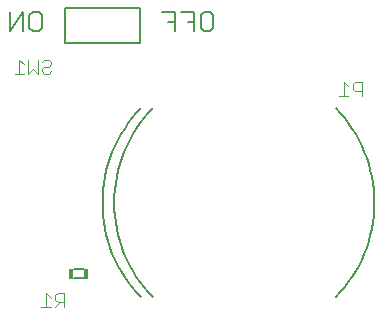
<source format=gbo>
G75*
G70*
%OFA0B0*%
%FSLAX24Y24*%
%IPPOS*%
%LPD*%
%AMOC8*
5,1,8,0,0,1.08239X$1,22.5*
%
%ADD10C,0.0060*%
%ADD11R,0.0160X0.0340*%
%ADD12C,0.0040*%
%ADD13C,0.0050*%
D10*
X005442Y004684D02*
X005782Y004684D01*
X005782Y004965D02*
X005442Y004965D01*
X004282Y012898D02*
X004069Y012898D01*
X003962Y013004D01*
X003962Y013432D01*
X004069Y013538D01*
X004282Y013538D01*
X004389Y013432D01*
X004389Y013004D01*
X004282Y012898D01*
X003744Y012898D02*
X003744Y013538D01*
X003317Y012898D01*
X003317Y013538D01*
X008377Y013538D02*
X008805Y013538D01*
X008805Y012898D01*
X008805Y013218D02*
X008591Y013218D01*
X009022Y013538D02*
X009449Y013538D01*
X009449Y012898D01*
X009667Y013004D02*
X009667Y013432D01*
X009773Y013538D01*
X009987Y013538D01*
X010094Y013432D01*
X010094Y013004D01*
X009987Y012898D01*
X009773Y012898D01*
X009667Y013004D01*
X009449Y013218D02*
X009236Y013218D01*
D11*
X005862Y004824D03*
X005362Y004824D03*
D12*
X004671Y003715D02*
X004364Y003715D01*
X004517Y003715D02*
X004517Y004175D01*
X004671Y004022D01*
X004824Y004099D02*
X004824Y003945D01*
X004901Y003868D01*
X005131Y003868D01*
X005131Y003715D02*
X005131Y004175D01*
X004901Y004175D01*
X004824Y004099D01*
X004978Y003868D02*
X004824Y003715D01*
X014289Y010758D02*
X014596Y010758D01*
X014442Y010758D02*
X014442Y011218D01*
X014596Y011065D01*
X014749Y011141D02*
X014749Y010988D01*
X014826Y010911D01*
X015056Y010911D01*
X014826Y011218D02*
X014749Y011141D01*
X014826Y011218D02*
X015056Y011218D01*
X015056Y010758D01*
X004693Y011571D02*
X004617Y011494D01*
X004463Y011494D01*
X004387Y011571D01*
X004387Y011647D01*
X004463Y011724D01*
X004617Y011724D01*
X004693Y011801D01*
X004693Y011878D01*
X004617Y011954D01*
X004463Y011954D01*
X004387Y011878D01*
X004233Y011954D02*
X004233Y011494D01*
X004080Y011647D01*
X003926Y011494D01*
X003926Y011954D01*
X003773Y011801D02*
X003619Y011954D01*
X003619Y011494D01*
X003466Y011494D02*
X003773Y011494D01*
D13*
X005159Y012498D02*
X005159Y013679D01*
X007639Y013679D01*
X007639Y012498D01*
X005159Y012498D01*
X007675Y010336D02*
X007528Y010177D01*
X007388Y010010D01*
X007256Y009836D01*
X007133Y009657D01*
X007019Y009472D01*
X006913Y009281D01*
X006817Y009086D01*
X006731Y008886D01*
X006654Y008682D01*
X006587Y008475D01*
X006530Y008265D01*
X006483Y008052D01*
X006447Y007838D01*
X006421Y007622D01*
X006405Y007405D01*
X006400Y007187D01*
X006405Y006969D01*
X006421Y006752D01*
X006447Y006536D01*
X006483Y006322D01*
X006530Y006109D01*
X006587Y005899D01*
X006654Y005692D01*
X006731Y005488D01*
X006817Y005288D01*
X006913Y005093D01*
X007019Y004902D01*
X007133Y004717D01*
X007256Y004538D01*
X007388Y004364D01*
X007528Y004197D01*
X007675Y004038D01*
X014179Y004038D02*
X014326Y004197D01*
X014466Y004364D01*
X014598Y004538D01*
X014721Y004717D01*
X014835Y004902D01*
X014941Y005093D01*
X015037Y005288D01*
X015123Y005488D01*
X015200Y005692D01*
X015267Y005899D01*
X015324Y006109D01*
X015371Y006322D01*
X015407Y006536D01*
X015433Y006752D01*
X015449Y006969D01*
X015454Y007187D01*
X015449Y007405D01*
X015433Y007622D01*
X015407Y007838D01*
X015371Y008052D01*
X015324Y008265D01*
X015267Y008475D01*
X015200Y008682D01*
X015123Y008886D01*
X015037Y009086D01*
X014941Y009281D01*
X014835Y009472D01*
X014721Y009657D01*
X014598Y009836D01*
X014466Y010010D01*
X014326Y010177D01*
X014179Y010336D01*
X008068Y010336D02*
X007921Y010177D01*
X007781Y010010D01*
X007649Y009836D01*
X007526Y009657D01*
X007412Y009472D01*
X007306Y009281D01*
X007210Y009086D01*
X007124Y008886D01*
X007047Y008682D01*
X006980Y008475D01*
X006923Y008265D01*
X006876Y008052D01*
X006840Y007838D01*
X006814Y007622D01*
X006798Y007405D01*
X006793Y007187D01*
X006798Y006969D01*
X006814Y006752D01*
X006840Y006536D01*
X006876Y006322D01*
X006923Y006109D01*
X006980Y005899D01*
X007047Y005692D01*
X007124Y005488D01*
X007210Y005288D01*
X007306Y005093D01*
X007412Y004902D01*
X007526Y004717D01*
X007649Y004538D01*
X007781Y004364D01*
X007921Y004197D01*
X008068Y004038D01*
M02*

</source>
